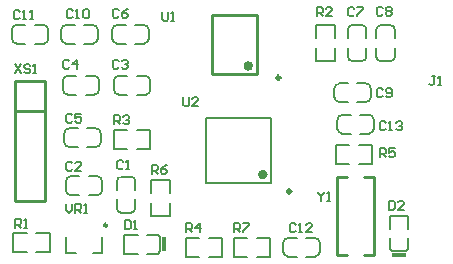
<source format=gto>
G04 Layer_Color=65535*
%FSLAX25Y25*%
%MOIN*%
G70*
G01*
G75*
%ADD24C,0.00787*%
%ADD25C,0.01181*%
%ADD26C,0.01575*%
%ADD27C,0.00984*%
%ADD28C,0.01000*%
%ADD29C,0.00600*%
%ADD30R,0.01181X0.04724*%
%ADD31R,0.04724X0.01181*%
D24*
X122110Y93000D02*
G03*
X120535Y94575I-1575J-0D01*
G01*
X117465D02*
G03*
X115890Y93000I0J-1575D01*
G01*
X115890Y84063D02*
G03*
X117465Y82488I1575J0D01*
G01*
X120535Y82488D02*
G03*
X122110Y84063I0J1575D01*
G01*
X131610Y92968D02*
G03*
X130035Y94543I-1575J-0D01*
G01*
X126965D02*
G03*
X125390Y92968I0J-1575D01*
G01*
X125390Y84031D02*
G03*
X126965Y82457I1575J0D01*
G01*
X130035Y82457D02*
G03*
X131610Y84031I0J1575D01*
G01*
X114032Y64610D02*
G03*
X112457Y63035I0J-1575D01*
G01*
Y59965D02*
G03*
X114032Y58390I1575J0D01*
G01*
X122968Y58390D02*
G03*
X124543Y59965I-0J1575D01*
G01*
X124543Y63035D02*
G03*
X122968Y64610I-1575J0D01*
G01*
X113031Y75110D02*
G03*
X111457Y73535I0J-1575D01*
G01*
Y70465D02*
G03*
X113031Y68890I1575J0D01*
G01*
X121968Y68890D02*
G03*
X123543Y70465I-0J1575D01*
G01*
X123543Y73535D02*
G03*
X121968Y75110I-1575J0D01*
G01*
X96000Y23610D02*
G03*
X94425Y22035I0J-1575D01*
G01*
Y18965D02*
G03*
X96000Y17390I1575J-0D01*
G01*
X104937Y17390D02*
G03*
X106512Y18965I-0J1575D01*
G01*
X106512Y22035D02*
G03*
X104937Y23610I-1575J0D01*
G01*
X45110Y42469D02*
G03*
X43535Y44043I-1575J-0D01*
G01*
X40465D02*
G03*
X38890Y42469I0J-1575D01*
G01*
X38890Y33531D02*
G03*
X40465Y31957I1575J0D01*
G01*
X43535Y31957D02*
G03*
X45110Y33531I0J1575D01*
G01*
X32437Y37890D02*
G03*
X34012Y39465I-0J1575D01*
G01*
Y42535D02*
G03*
X32437Y44110I-1575J0D01*
G01*
X23500Y44110D02*
G03*
X21925Y42535I0J-1575D01*
G01*
X21925Y39465D02*
G03*
X23500Y37890I1575J0D01*
G01*
X31937Y53890D02*
G03*
X33512Y55465I-0J1575D01*
G01*
Y58535D02*
G03*
X31937Y60110I-1575J0D01*
G01*
X23000Y60110D02*
G03*
X21425Y58535I0J-1575D01*
G01*
X21425Y55465D02*
G03*
X23000Y53890I1575J0D01*
G01*
X31437Y71390D02*
G03*
X33012Y72965I-0J1575D01*
G01*
Y76035D02*
G03*
X31437Y77610I-1575J0D01*
G01*
X22500Y77610D02*
G03*
X20925Y76035I0J-1575D01*
G01*
X20925Y72965D02*
G03*
X22500Y71390I1575J0D01*
G01*
X39531Y77610D02*
G03*
X37957Y76035I0J-1575D01*
G01*
Y72965D02*
G03*
X39531Y71390I1575J-0D01*
G01*
X48469Y71390D02*
G03*
X50043Y72965I-0J1575D01*
G01*
X50043Y76035D02*
G03*
X48469Y77610I-1575J0D01*
G01*
X22000Y94610D02*
G03*
X20425Y93035I0J-1575D01*
G01*
Y89965D02*
G03*
X22000Y88390I1575J-0D01*
G01*
X30937Y88390D02*
G03*
X32512Y89965I-0J1575D01*
G01*
X32512Y93035D02*
G03*
X30937Y94610I-1575J0D01*
G01*
X39000Y94610D02*
G03*
X37425Y93035I0J-1575D01*
G01*
Y89965D02*
G03*
X39000Y88390I1575J-0D01*
G01*
X47937Y88390D02*
G03*
X49512Y89965I-0J1575D01*
G01*
X49512Y93035D02*
G03*
X47937Y94610I-1575J0D01*
G01*
X5531Y94610D02*
G03*
X3957Y93035I0J-1575D01*
G01*
Y89965D02*
G03*
X5531Y88390I1575J-0D01*
G01*
X14469Y88390D02*
G03*
X16043Y89965I-0J1575D01*
G01*
X16043Y93035D02*
G03*
X14469Y94610I-1575J0D01*
G01*
X115890Y90106D02*
Y93000D01*
X115890Y84063D02*
Y86957D01*
X122110Y84063D02*
Y86957D01*
X117465Y94575D02*
X120535D01*
X117465Y82488D02*
X120535D01*
X122110Y90106D02*
Y93000D01*
X125390Y90075D02*
Y92968D01*
X125390Y84031D02*
Y86925D01*
X131610Y84031D02*
Y86925D01*
X126965Y94543D02*
X130035D01*
X126965Y82457D02*
X130035D01*
X131610Y90075D02*
Y92968D01*
X111610Y90075D02*
Y94543D01*
Y82457D02*
Y86925D01*
X105390Y90075D02*
Y94543D01*
Y82457D02*
X111610D01*
X105390Y94543D02*
X111610D01*
X105390Y82457D02*
Y86925D01*
X119575Y48390D02*
X124043D01*
X111957D02*
X116425D01*
X119575Y54610D02*
X124043D01*
X111957Y48390D02*
Y54610D01*
X124043Y48390D02*
Y54610D01*
X111957D02*
X116425D01*
X114032Y58390D02*
X116925D01*
X120075Y58390D02*
X122968D01*
X120075Y64610D02*
X122968D01*
X112457Y59965D02*
Y63035D01*
X124543Y59965D02*
Y63035D01*
X114032Y64610D02*
X116925D01*
X113031Y68890D02*
X115925D01*
X119075Y68890D02*
X121968D01*
X119075Y75110D02*
X121968D01*
X111457Y70465D02*
Y73535D01*
X123543Y70465D02*
Y73535D01*
X113031Y75110D02*
X115925D01*
X90382Y41846D02*
Y63500D01*
X68728Y41846D02*
Y63500D01*
Y41846D02*
X90382D01*
X68728Y63500D02*
X90382D01*
X41457Y24610D02*
X45925D01*
X49075D02*
X52618D01*
X41457Y18390D02*
X45925D01*
X53405Y19150D02*
Y23850D01*
X41457Y18390D02*
Y24610D01*
X49075Y18390D02*
X52618D01*
X53405Y19150D01*
X52618Y24610D02*
X53405Y23850D01*
X45575Y53390D02*
X50043D01*
X37957D02*
X42425D01*
X45575Y59610D02*
X50043D01*
X37957Y53390D02*
Y59610D01*
X50043Y53390D02*
Y59610D01*
X37957D02*
X42425D01*
X136110Y26575D02*
Y31043D01*
Y19882D02*
Y23425D01*
X129890Y26575D02*
Y31043D01*
X130650Y19094D02*
X135350D01*
X129890Y31043D02*
X136110D01*
X129890Y19882D02*
Y23425D01*
Y19882D02*
X130650Y19094D01*
X135350D02*
X136110Y19882D01*
X96000Y17390D02*
X98894D01*
X102043Y17390D02*
X104937D01*
X102043Y23610D02*
X104937D01*
X94425Y18965D02*
Y22035D01*
X106512Y18965D02*
Y22035D01*
X96000Y23610D02*
X98894D01*
X77988D02*
X82457D01*
X85606D02*
X90075D01*
X77988Y17390D02*
X82457D01*
X90075D02*
Y23610D01*
X77988Y17390D02*
Y23610D01*
X85606Y17390D02*
X90075D01*
X69606D02*
X74075D01*
X61988D02*
X66457D01*
X69606Y23610D02*
X74075D01*
X61988Y17390D02*
Y23610D01*
X74075Y17390D02*
Y23610D01*
X61988D02*
X66457D01*
X50390Y30925D02*
Y35394D01*
Y38543D02*
Y43012D01*
X56610Y30925D02*
Y35394D01*
X50390Y43012D02*
X56610D01*
X50390Y30925D02*
X56610D01*
Y38543D02*
Y43012D01*
X38890Y39575D02*
Y42469D01*
X38890Y33531D02*
Y36425D01*
X45110Y33531D02*
Y36425D01*
X40465Y44043D02*
X43535D01*
X40465Y31957D02*
X43535D01*
X45110Y39575D02*
Y42469D01*
X29543Y44110D02*
X32437D01*
X23500Y44110D02*
X26394D01*
X23500Y37890D02*
X26394D01*
X34012Y39465D02*
Y42535D01*
X21925Y39465D02*
Y42535D01*
X29543Y37890D02*
X32437D01*
X29043Y60110D02*
X31937D01*
X23000Y60110D02*
X25894D01*
X23000Y53890D02*
X25894D01*
X33512Y55465D02*
Y58535D01*
X21425Y55465D02*
Y58535D01*
X29043Y53890D02*
X31937D01*
X28543Y77610D02*
X31437D01*
X22500Y77610D02*
X25394D01*
X22500Y71390D02*
X25394D01*
X33012Y72965D02*
Y76035D01*
X20925Y72965D02*
Y76035D01*
X28543Y71390D02*
X31437D01*
X39531D02*
X42425D01*
X45575Y71390D02*
X48469D01*
X45575Y77610D02*
X48469D01*
X37957Y72965D02*
Y76035D01*
X50043Y72965D02*
Y76035D01*
X39531Y77610D02*
X42425D01*
X22000Y88390D02*
X24894D01*
X28043Y88390D02*
X30937D01*
X28043Y94610D02*
X30937D01*
X20425Y89965D02*
Y93035D01*
X32512Y89965D02*
Y93035D01*
X22000Y94610D02*
X24894D01*
X39000Y88390D02*
X41894D01*
X45043Y88390D02*
X47937D01*
X45043Y94610D02*
X47937D01*
X37425Y89965D02*
Y93035D01*
X49512Y89965D02*
Y93035D01*
X39000Y94610D02*
X41894D01*
X5531Y88390D02*
X8425D01*
X11575Y88390D02*
X14469D01*
X11575Y94610D02*
X14469D01*
X3957Y89965D02*
Y93035D01*
X16043Y89965D02*
Y93035D01*
X5531Y94610D02*
X8425D01*
X12075Y18890D02*
X16543D01*
X4457D02*
X8925D01*
X12075Y25110D02*
X16543D01*
X4457Y18890D02*
Y25110D01*
X16543Y18890D02*
Y25110D01*
X4457D02*
X8925D01*
X21898Y18457D02*
X25146D01*
X21898D02*
Y23968D01*
X30854Y18457D02*
X34102D01*
Y23968D01*
D25*
X96976Y39090D02*
G03*
X96976Y39090I-591J0D01*
G01*
X93354Y76986D02*
G03*
X93354Y76986I-591J0D01*
G01*
D26*
X88315Y44701D02*
G03*
X88315Y44701I-787J0D01*
G01*
X83512Y80913D02*
G03*
X83512Y80913I-787J0D01*
G01*
D27*
X35677Y27807D02*
G03*
X35677Y27807I-492J0D01*
G01*
D28*
X124799Y44020D02*
X124799Y17839D01*
X121256Y44020D02*
X124799D01*
X121256Y17839D02*
X124799D01*
X112201Y44020D02*
X115744D01*
X112201Y17839D02*
X115744D01*
X112201Y44020D02*
X112201Y17839D01*
X70520Y97843D02*
X85480D01*
X70520Y78158D02*
X85480D01*
X70520D02*
Y97843D01*
X85480Y78158D02*
Y97843D01*
X5000Y36000D02*
Y76000D01*
Y36000D02*
X15000D01*
Y76000D01*
X5000D02*
X15000D01*
X5000Y66000D02*
X15000D01*
D29*
X40999Y48999D02*
X40499Y49499D01*
X39500D01*
X39000Y48999D01*
Y47000D01*
X39500Y46500D01*
X40499D01*
X40999Y47000D01*
X41999Y46500D02*
X42999D01*
X42499D01*
Y49499D01*
X41999Y48999D01*
X23999Y48499D02*
X23499Y48999D01*
X22500D01*
X22000Y48499D01*
Y46500D01*
X22500Y46000D01*
X23499D01*
X23999Y46500D01*
X26998Y46000D02*
X24999D01*
X26998Y47999D01*
Y48499D01*
X26499Y48999D01*
X25499D01*
X24999Y48499D01*
X39499Y82499D02*
X39000Y82999D01*
X38000D01*
X37500Y82499D01*
Y80500D01*
X38000Y80000D01*
X39000D01*
X39499Y80500D01*
X40499Y82499D02*
X40999Y82999D01*
X41999D01*
X42498Y82499D01*
Y81999D01*
X41999Y81499D01*
X41499D01*
X41999D01*
X42498Y81000D01*
Y80500D01*
X41999Y80000D01*
X40999D01*
X40499Y80500D01*
X22999Y82499D02*
X22500Y82999D01*
X21500D01*
X21000Y82499D01*
Y80500D01*
X21500Y80000D01*
X22500D01*
X22999Y80500D01*
X25499Y80000D02*
Y82999D01*
X23999Y81499D01*
X25998D01*
X23999Y64499D02*
X23499Y64999D01*
X22500D01*
X22000Y64499D01*
Y62500D01*
X22500Y62000D01*
X23499D01*
X23999Y62500D01*
X26998Y64999D02*
X24999D01*
Y63499D01*
X25999Y63999D01*
X26499D01*
X26998Y63499D01*
Y62500D01*
X26499Y62000D01*
X25499D01*
X24999Y62500D01*
X39499Y99499D02*
X39000Y99999D01*
X38000D01*
X37500Y99499D01*
Y97500D01*
X38000Y97000D01*
X39000D01*
X39499Y97500D01*
X42498Y99999D02*
X41499Y99499D01*
X40499Y98500D01*
Y97500D01*
X40999Y97000D01*
X41999D01*
X42498Y97500D01*
Y98000D01*
X41999Y98500D01*
X40499D01*
X118099Y100031D02*
X117599Y100531D01*
X116600D01*
X116100Y100031D01*
Y98031D01*
X116600Y97531D01*
X117599D01*
X118099Y98031D01*
X119099Y100531D02*
X121098D01*
Y100031D01*
X119099Y98031D01*
Y97531D01*
X127599Y100068D02*
X127100Y100567D01*
X126100D01*
X125600Y100068D01*
Y98068D01*
X126100Y97569D01*
X127100D01*
X127599Y98068D01*
X128599Y100068D02*
X129099Y100567D01*
X130099D01*
X130598Y100068D01*
Y99568D01*
X130099Y99068D01*
X130598Y98568D01*
Y98068D01*
X130099Y97569D01*
X129099D01*
X128599Y98068D01*
Y98568D01*
X129099Y99068D01*
X128599Y99568D01*
Y100068D01*
X129099Y99068D02*
X130099D01*
X127499Y72999D02*
X126999Y73499D01*
X126000D01*
X125500Y72999D01*
Y71000D01*
X126000Y70500D01*
X126999D01*
X127499Y71000D01*
X128499D02*
X128999Y70500D01*
X129999D01*
X130498Y71000D01*
Y72999D01*
X129999Y73499D01*
X128999D01*
X128499Y72999D01*
Y72499D01*
X128999Y72000D01*
X130498D01*
X24218Y99281D02*
X23718Y99780D01*
X22718D01*
X22219Y99281D01*
Y97281D01*
X22718Y96781D01*
X23718D01*
X24218Y97281D01*
X25218Y96781D02*
X26217D01*
X25717D01*
Y99780D01*
X25218Y99281D01*
X27717D02*
X28217Y99780D01*
X29216D01*
X29716Y99281D01*
Y97281D01*
X29216Y96781D01*
X28217D01*
X27717Y97281D01*
Y99281D01*
X6499Y98999D02*
X5999Y99499D01*
X5000D01*
X4500Y98999D01*
Y97000D01*
X5000Y96500D01*
X5999D01*
X6499Y97000D01*
X7499Y96500D02*
X8499D01*
X7999D01*
Y99499D01*
X7499Y98999D01*
X9998Y96500D02*
X10998D01*
X10498D01*
Y99499D01*
X9998Y98999D01*
X98499Y27999D02*
X98000Y28499D01*
X97000D01*
X96500Y27999D01*
Y26000D01*
X97000Y25500D01*
X98000D01*
X98499Y26000D01*
X99499Y25500D02*
X100499D01*
X99999D01*
Y28499D01*
X99499Y27999D01*
X103998Y25500D02*
X101998D01*
X103998Y27499D01*
Y27999D01*
X103498Y28499D01*
X102498D01*
X101998Y27999D01*
X128499Y61999D02*
X127999Y62499D01*
X127000D01*
X126500Y61999D01*
Y60000D01*
X127000Y59500D01*
X127999D01*
X128499Y60000D01*
X129499Y59500D02*
X130499D01*
X129999D01*
Y62499D01*
X129499Y61999D01*
X131998D02*
X132498Y62499D01*
X133498D01*
X133998Y61999D01*
Y61499D01*
X133498Y61000D01*
X132998D01*
X133498D01*
X133998Y60500D01*
Y60000D01*
X133498Y59500D01*
X132498D01*
X131998Y60000D01*
X41500Y29499D02*
Y26500D01*
X43000D01*
X43499Y27000D01*
Y28999D01*
X43000Y29499D01*
X41500D01*
X44499Y26500D02*
X45499D01*
X44999D01*
Y29499D01*
X44499Y28999D01*
X129500Y35999D02*
Y33000D01*
X131000D01*
X131499Y33500D01*
Y35499D01*
X131000Y35999D01*
X129500D01*
X134498Y33000D02*
X132499D01*
X134498Y34999D01*
Y35499D01*
X133999Y35999D01*
X132999D01*
X132499Y35499D01*
X144999Y77499D02*
X144000D01*
X144500D01*
Y75000D01*
X144000Y74500D01*
X143500D01*
X143000Y75000D01*
X145999Y74500D02*
X146999D01*
X146499D01*
Y77499D01*
X145999Y76999D01*
X5000Y27000D02*
Y29999D01*
X6499D01*
X6999Y29499D01*
Y28499D01*
X6499Y28000D01*
X5000D01*
X6000D02*
X6999Y27000D01*
X7999D02*
X8999D01*
X8499D01*
Y29999D01*
X7999Y29499D01*
X105600Y97500D02*
Y100499D01*
X107099D01*
X107599Y99999D01*
Y99000D01*
X107099Y98500D01*
X105600D01*
X106600D02*
X107599Y97500D01*
X110598D02*
X108599D01*
X110598Y99499D01*
Y99999D01*
X110099Y100499D01*
X109099D01*
X108599Y99999D01*
X38000Y61500D02*
Y64499D01*
X39500D01*
X39999Y63999D01*
Y62999D01*
X39500Y62500D01*
X38000D01*
X39000D02*
X39999Y61500D01*
X40999Y63999D02*
X41499Y64499D01*
X42499D01*
X42998Y63999D01*
Y63499D01*
X42499Y62999D01*
X41999D01*
X42499D01*
X42998Y62500D01*
Y62000D01*
X42499Y61500D01*
X41499D01*
X40999Y62000D01*
X62000Y25500D02*
Y28499D01*
X63499D01*
X63999Y27999D01*
Y27000D01*
X63499Y26500D01*
X62000D01*
X63000D02*
X63999Y25500D01*
X66499D02*
Y28499D01*
X64999Y27000D01*
X66998D01*
X126500Y50500D02*
Y53499D01*
X127999D01*
X128499Y52999D01*
Y51999D01*
X127999Y51500D01*
X126500D01*
X127500D02*
X128499Y50500D01*
X131498Y53499D02*
X129499D01*
Y51999D01*
X130499Y52499D01*
X130999D01*
X131498Y51999D01*
Y51000D01*
X130999Y50500D01*
X129999D01*
X129499Y51000D01*
X50500Y45000D02*
Y47999D01*
X51999D01*
X52499Y47499D01*
Y46499D01*
X51999Y46000D01*
X50500D01*
X51500D02*
X52499Y45000D01*
X55498Y47999D02*
X54499Y47499D01*
X53499Y46499D01*
Y45500D01*
X53999Y45000D01*
X54999D01*
X55498Y45500D01*
Y46000D01*
X54999Y46499D01*
X53499D01*
X78000Y25500D02*
Y28499D01*
X79500D01*
X79999Y27999D01*
Y27000D01*
X79500Y26500D01*
X78000D01*
X79000D02*
X79999Y25500D01*
X80999Y28499D02*
X82998D01*
Y27999D01*
X80999Y26000D01*
Y25500D01*
X54000Y98999D02*
Y96500D01*
X54500Y96000D01*
X55500D01*
X55999Y96500D01*
Y98999D01*
X56999Y96000D02*
X57999D01*
X57499D01*
Y98999D01*
X56999Y98499D01*
X61000Y70499D02*
Y68000D01*
X61500Y67500D01*
X62499D01*
X62999Y68000D01*
Y70499D01*
X65998Y67500D02*
X63999D01*
X65998Y69499D01*
Y69999D01*
X65499Y70499D01*
X64499D01*
X63999Y69999D01*
X22000Y34999D02*
Y33000D01*
X23000Y32000D01*
X23999Y33000D01*
Y34999D01*
X24999Y32000D02*
Y34999D01*
X26499D01*
X26998Y34499D01*
Y33500D01*
X26499Y33000D01*
X24999D01*
X25999D02*
X26998Y32000D01*
X27998D02*
X28998D01*
X28498D01*
Y34999D01*
X27998Y34499D01*
X5000Y81499D02*
X6999Y78500D01*
Y81499D02*
X5000Y78500D01*
X9998Y80999D02*
X9499Y81499D01*
X8499D01*
X7999Y80999D01*
Y80499D01*
X8499Y80000D01*
X9499D01*
X9998Y79500D01*
Y79000D01*
X9499Y78500D01*
X8499D01*
X7999Y79000D01*
X10998Y78500D02*
X11998D01*
X11498D01*
Y81499D01*
X10998Y80999D01*
X106000Y38999D02*
Y38499D01*
X107000Y37499D01*
X107999Y38499D01*
Y38999D01*
X107000Y37499D02*
Y36000D01*
X108999D02*
X109999D01*
X109499D01*
Y38999D01*
X108999Y38499D01*
D30*
X54685Y21500D02*
D03*
D31*
X133000Y17815D02*
D03*
M02*

</source>
